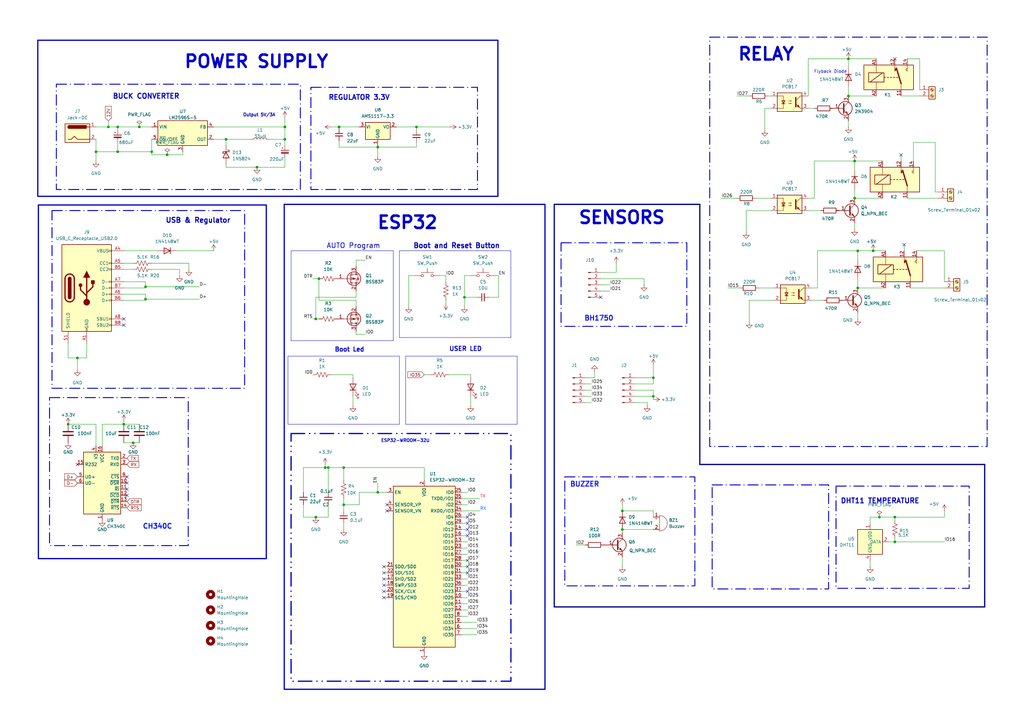
<source format=kicad_sch>
(kicad_sch (version 20231120) (generator "eeschema") (generator_version "8.0")
  (paper "A3")
  (junction (at 116.84 57.15))
  (junction (at 154.94 201.93))
  (junction (at 59.69 117.602))
  (junction (at 31.75 146.812))
  (junction (at 347.98 24.13))
  (junction (at 267.97 154.94))
  (junction (at 48.26 52.07))
  (junction (at 267.97 162.56))
  (junction (at 68.58 63.5))
  (junction (at 62.23 62.23))
  (junction (at 170.815 52.07))
  (junction (at 488.95 130.81))
  (junction (at 494.03 130.81))
  (junction (at 139.065 52.07))
  (junction (at 116.84 52.07))
  (junction (at 190.5 121.92))
  (junction (at 105.41 68.58))
  (junction (at 59.69 122.682))
  (junction (at 367.03 212.09))
  (junction (at 57.15 52.07))
  (junction (at 134.62 191.77))
  (junction (at 140.97 191.77))
  (junction (at 360.68 212.09))
  (junction (at 351.79 102.87))
  (junction (at 44.45 52.07))
  (junction (at 92.71 57.15))
  (junction (at 351.79 118.11))
  (junction (at 154.94 60.325))
  (junction (at 50.8 173.99))
  (junction (at 48.26 62.23))
  (junction (at 129.54 212.09))
  (junction (at 27.94 173.99))
  (junction (at 129.54 130.81))
  (junction (at 350.52 66.04))
  (junction (at 54.61 181.61))
  (junction (at 367.03 222.25))
  (junction (at 347.98 39.37))
  (junction (at 133.35 191.77))
  (junction (at 255.27 217.17))
  (junction (at 130.81 114.3))
  (junction (at 350.52 81.28))
  (junction (at 358.14 102.87))
  (junction (at 488.95 146.05))
  (junction (at 255.27 209.55))
  (junction (at 140.97 207.01))
  (junction (at 39.37 62.23))
  (no_connect (at 52.07 198.12))
  (no_connect (at 52.07 200.66))
  (no_connect (at 157.48 237.49))
  (no_connect (at 367.03 24.13))
  (no_connect (at 191.77 212.09))
  (no_connect (at 158.75 207.01))
  (no_connect (at 191.77 229.87))
  (no_connect (at 52.07 195.58))
  (no_connect (at 50.8 130.81))
  (no_connect (at 31.75 190.5))
  (no_connect (at 157.48 240.03))
  (no_connect (at 157.48 234.95))
  (no_connect (at 246.38 121.92))
  (no_connect (at 191.77 232.41))
  (no_connect (at 191.77 242.57))
  (no_connect (at 157.48 232.41))
  (no_connect (at 191.77 234.95))
  (no_connect (at 52.07 203.2))
  (no_connect (at 157.48 245.11))
  (no_connect (at 191.77 219.71))
  (no_connect (at 508 128.27))
  (no_connect (at 369.57 63.5))
  (no_connect (at 50.8 133.35))
  (no_connect (at 157.48 242.57))
  (no_connect (at 158.75 209.55))
  (no_connect (at 191.77 214.63))
  (no_connect (at 370.84 100.33))
  (no_connect (at 191.77 217.17))
  (wire (pts (xy 267.97 209.55) (xy 267.97 212.09)))
  (wire (pts (xy 92.71 57.15) (xy 102.87 57.15)))
  (wire (pts (xy 167.64 113.03) (xy 167.64 125.73)))
  (wire (pts (xy 59.69 122.682) (xy 59.69 123.19)))
  (wire (pts (xy 331.47 44.45) (xy 334.01 44.45)))
  (wire (pts (xy 146.05 123.19) (xy 146.05 125.73)))
  (wire (pts (xy 488.95 156.21) (xy 488.95 158.75)))
  (wire (pts (xy 508 128.27) (xy 508 130.81)))
  (wire (pts (xy 62.23 63.5) (xy 62.23 62.23)))
  (wire (pts (xy 68.58 63.5) (xy 62.23 63.5)))
  (wire (pts (xy 347.98 35.56) (xy 347.98 39.37)))
  (wire (pts (xy 518.16 130.81) (xy 518.16 138.43)))
  (polyline (pts (xy 166.37 173.99) (xy 212.09 173.99)))
  (wire (pts (xy 41.91 173.99) (xy 50.8 173.99)))
  (wire (pts (xy 124.46 207.01) (xy 124.46 212.09)))
  (wire (pts (xy 267.97 162.56) (xy 267.97 163.83)))
  (wire (pts (xy 246.38 111.76) (xy 252.73 111.76)))
  (wire (pts (xy 345.44 123.19) (xy 344.17 123.19)))
  (wire (pts (xy 488.95 130.81) (xy 472.44 130.81)))
  (wire (pts (xy 59.69 115.57) (xy 59.69 117.602)))
  (wire (pts (xy 358.14 102.87) (xy 363.22 102.87)))
  (wire (pts (xy 367.03 212.09) (xy 360.68 212.09)))
  (wire (pts (xy 144.78 162.56) (xy 144.78 166.37)))
  (wire (pts (xy 62.23 62.23) (xy 48.26 62.23)))
  (wire (pts (xy 39.37 62.23) (xy 48.26 62.23)))
  (wire (pts (xy 469.9 151.13) (xy 474.98 151.13)))
  (wire (pts (xy 377.19 24.13) (xy 377.19 36.83)))
  (wire (pts (xy 74.93 63.5) (xy 74.93 62.23)))
  (wire (pts (xy 154.94 198.12) (xy 154.94 201.93)))
  (wire (pts (xy 260.35 165.1) (xy 265.43 165.1)))
  (polyline (pts (xy 119.38 102.87) (xy 161.29 102.87)))
  (wire (pts (xy 306.07 86.36) (xy 316.23 86.36)))
  (wire (pts (xy 367.03 220.98) (xy 367.03 222.25)))
  (polyline (pts (xy 118.11 146.05) (xy 118.11 173.99)))
  (wire (pts (xy 189.23 257.81) (xy 195.58 257.81)))
  (wire (pts (xy 189.23 232.41) (xy 191.77 232.41)))
  (wire (pts (xy 189.23 247.65) (xy 191.77 247.65)))
  (wire (pts (xy 242.57 162.56) (xy 240.03 162.56)))
  (wire (pts (xy 260.35 160.02) (xy 267.97 160.02)))
  (wire (pts (xy 372.11 81.28) (xy 384.81 81.28)))
  (wire (pts (xy 510.54 146.05) (xy 521.97 146.05)))
  (wire (pts (xy 62.23 110.49) (xy 73.66 110.49)))
  (wire (pts (xy 494.03 130.81) (xy 500.38 130.81)))
  (wire (pts (xy 50.8 102.87) (xy 64.77 102.87)))
  (wire (pts (xy 350.52 66.04) (xy 361.95 66.04)))
  (wire (pts (xy 435.61 151.13) (xy 435.61 154.94)))
  (wire (pts (xy 59.69 122.682) (xy 81.788 122.682)))
  (wire (pts (xy 72.39 102.87) (xy 87.63 102.87)))
  (wire (pts (xy 50.8 181.61) (xy 54.61 181.61)))
  (wire (pts (xy 372.11 24.13) (xy 377.19 24.13)))
  (wire (pts (xy 130.81 114.3) (xy 130.81 123.19)))
  (wire (pts (xy 170.815 60.325) (xy 170.815 58.42)))
  (wire (pts (xy 359.41 39.37) (xy 347.98 39.37)))
  (wire (pts (xy 521.97 146.05) (xy 521.97 140.97)))
  (wire (pts (xy 184.15 153.67) (xy 193.04 153.67)))
  (polyline (pts (xy 118.11 146.05) (xy 163.83 146.05)))
  (wire (pts (xy 87.63 52.07) (xy 116.84 52.07)))
  (wire (pts (xy 295.91 81.28) (xy 302.26 81.28)))
  (wire (pts (xy 264.16 114.3) (xy 264.16 116.84)))
  (wire (pts (xy 146.05 137.16) (xy 149.86 137.16)))
  (wire (pts (xy 39.37 66.04) (xy 39.37 62.23)))
  (wire (pts (xy 133.35 190.5) (xy 133.35 191.77)))
  (wire (pts (xy 74.93 63.5) (xy 68.58 63.5)))
  (wire (pts (xy 193.04 153.67) (xy 193.04 154.94)))
  (wire (pts (xy 374.65 66.04) (xy 374.65 58.42)))
  (wire (pts (xy 149.86 106.68) (xy 146.05 106.68)))
  (wire (pts (xy 116.84 52.07) (xy 116.84 57.15)))
  (wire (pts (xy 255.27 217.17) (xy 255.27 218.44)))
  (bus (pts (xy 287.02 190.5) (xy 403.86 190.5)) (stroke (width 0.508)))
  (wire (pts (xy 242.57 160.02) (xy 240.03 160.02)))
  (wire (pts (xy 135.89 153.67) (xy 144.78 153.67)))
  (wire (pts (xy 335.28 102.87) (xy 335.28 118.11)))
  (wire (pts (xy 265.43 165.1) (xy 265.43 166.37)))
  (wire (pts (xy 236.22 223.52) (xy 240.03 223.52)))
  (wire (pts (xy 154.94 59.69) (xy 154.94 60.325)))
  (wire (pts (xy 170.815 60.325) (xy 154.94 60.325)))
  (wire (pts (xy 154.94 60.325) (xy 154.94 64.135)))
  (wire (pts (xy 48.26 58.42) (xy 48.26 62.23)))
  (wire (pts (xy 134.62 207.01) (xy 134.62 212.09)))
  (wire (pts (xy 189.23 242.57) (xy 191.77 242.57)))
  (wire (pts (xy 50.8 172.72) (xy 50.8 173.99)))
  (wire (pts (xy 189.23 240.03) (xy 191.77 240.03)))
  (wire (pts (xy 513.08 130.81) (xy 518.16 130.81)))
  (wire (pts (xy 370.84 100.33) (xy 370.84 102.87)))
  (wire (pts (xy 147.32 207.01) (xy 140.97 207.01)))
  (wire (pts (xy 341.63 44.45) (xy 340.36 44.45)))
  (wire (pts (xy 190.5 121.92) (xy 190.5 125.73)))
  (wire (pts (xy 189.23 209.55) (xy 196.85 209.55)))
  (wire (pts (xy 189.23 234.95) (xy 191.77 234.95)))
  (wire (pts (xy 367.03 222.25) (xy 364.49 222.25)))
  (wire (pts (xy 134.62 191.77) (xy 133.35 191.77)))
  (wire (pts (xy 189.23 201.93) (xy 191.77 201.93)))
  (bus (pts (xy 403.86 190.5) (xy 403.86 248.92)) (stroke (width 0.508)))
  (wire (pts (xy 255.27 217.17) (xy 267.97 217.17)))
  (wire (pts (xy 298.45 118.11) (xy 303.53 118.11)))
  (wire (pts (xy 302.26 39.37) (xy 307.34 39.37)))
  (wire (pts (xy 54.61 181.61) (xy 57.15 181.61)))
  (wire (pts (xy 92.71 68.58) (xy 105.41 68.58)))
  (wire (pts (xy 189.23 224.79) (xy 191.77 224.79)))
  (wire (pts (xy 92.71 67.31) (xy 92.71 68.58)))
  (wire (pts (xy 204.47 113.03) (xy 204.47 121.92)))
  (polyline (pts (xy 163.83 138.43) (xy 209.55 138.43)))
  (wire (pts (xy 140.97 207.01) (xy 140.97 209.55)))
  (wire (pts (xy 27.94 140.97) (xy 27.94 146.812)))
  (wire (pts (xy 306.07 86.36) (xy 306.07 95.25)))
  (wire (pts (xy 374.65 58.42) (xy 383.54 58.42)))
  (wire (pts (xy 242.57 157.48) (xy 240.03 157.48)))
  (wire (pts (xy 50.8 173.99) (xy 57.15 173.99)))
  (wire (pts (xy 170.815 52.07) (xy 170.815 53.34)))
  (wire (pts (xy 383.54 58.42) (xy 383.54 78.74)))
  (wire (pts (xy 182.88 113.03) (xy 180.34 113.03)))
  (wire (pts (xy 146.05 135.89) (xy 146.05 137.16)))
  (wire (pts (xy 350.52 77.47) (xy 350.52 81.28)))
  (wire (pts (xy 135.89 52.07) (xy 139.065 52.07)))
  (wire (pts (xy 367.03 212.09) (xy 367.03 213.36)))
  (wire (pts (xy 87.63 57.15) (xy 92.71 57.15)))
  (wire (pts (xy 31.75 146.812) (xy 31.75 151.638)))
  (wire (pts (xy 369.57 63.5) (xy 369.57 66.04)))
  (wire (pts (xy 173.99 191.77) (xy 173.99 196.85)))
  (wire (pts (xy 435.61 151.13) (xy 454.66 151.13)))
  (wire (pts (xy 41.91 173.99) (xy 41.91 182.88)))
  (wire (pts (xy 27.94 146.812) (xy 31.75 146.812)))
  (wire (pts (xy 350.52 66.04) (xy 350.52 69.85)))
  (wire (pts (xy 243.84 152.4) (xy 243.84 154.94)))
  (wire (pts (xy 140.97 204.47) (xy 140.97 207.01)))
  (wire (pts (xy 146.05 119.38) (xy 146.05 121.92)))
  (wire (pts (xy 129.54 212.09) (xy 134.62 212.09)))
  (wire (pts (xy 347.98 24.13) (xy 331.47 24.13)))
  (wire (pts (xy 147.32 201.93) (xy 147.32 207.01)))
  (wire (pts (xy 369.57 39.37) (xy 377.19 39.37)))
  (wire (pts (xy 267.97 149.86) (xy 267.97 154.94)))
  (wire (pts (xy 331.47 86.36) (xy 336.55 86.36)))
  (wire (pts (xy 488.95 130.81) (xy 488.95 134.62)))
  (wire (pts (xy 92.71 57.15) (xy 92.71 59.69)))
  (wire (pts (xy 252.73 111.76) (xy 252.73 107.95)))
  (wire (pts (xy 383.54 78.74) (xy 384.81 78.74)))
  (wire (pts (xy 189.23 229.87) (xy 191.77 229.87)))
  (wire (pts (xy 170.18 113.03) (xy 167.64 113.03)))
  (wire (pts (xy 347.98 49.53) (xy 347.98 52.07)))
  (wire (pts (xy 193.04 162.56) (xy 193.04 166.37)))
  (wire (pts (xy 189.23 207.01) (xy 191.77 207.01)))
  (wire (pts (xy 472.44 130.81) (xy 472.44 146.05)))
  (polyline (pts (xy 119.38 102.87) (xy 119.38 139.7)))
  (wire (pts (xy 255.27 209.55) (xy 267.97 209.55)))
  (polyline (pts (xy 163.83 102.87) (xy 209.55 102.87)))
  (wire (pts (xy 351.79 102.87) (xy 351.79 106.68)))
  (wire (pts (xy 242.57 165.1) (xy 240.03 165.1)))
  (polyline (pts (xy 166.37 146.05) (xy 212.09 146.05)))
  (wire (pts (xy 267.97 154.94) (xy 267.97 157.48)))
  (polyline (pts (xy 163.83 102.87) (xy 163.83 138.43)))
  (wire (pts (xy 59.69 120.65) (xy 59.69 122.682)))
  (wire (pts (xy 157.48 234.95) (xy 158.75 234.95)))
  (wire (pts (xy 316.23 81.28) (xy 309.88 81.28)))
  (wire (pts (xy 116.84 57.15) (xy 110.49 57.15)))
  (wire (pts (xy 50.8 115.57) (xy 59.69 115.57)))
  (wire (pts (xy 50.8 107.95) (xy 54.61 107.95)))
  (wire (pts (xy 154.94 201.93) (xy 147.32 201.93)))
  (wire (pts (xy 157.48 232.41) (xy 158.75 232.41)))
  (wire (pts (xy 59.69 117.602) (xy 59.69 118.11)))
  (bus (pts (xy 287.02 83.82) (xy 287.02 190.5)) (stroke (width 0.508)))
  (wire (pts (xy 157.48 242.57) (xy 158.75 242.57)))
  (wire (pts (xy 387.35 102.87) (xy 387.35 115.57)))
  (wire (pts (xy 124.46 191.77) (xy 133.35 191.77)))
  (wire (pts (xy 39.37 52.07) (xy 44.45 52.07)))
  (wire (pts (xy 57.15 52.07) (xy 62.23 52.07)))
  (wire (pts (xy 255.27 232.41) (xy 255.27 228.6)))
  (polyline (pts (xy 166.37 146.05) (xy 166.37 173.99)))
  (wire (pts (xy 250.19 119.38) (xy 246.38 119.38)))
  (wire (pts (xy 334.01 81.28) (xy 331.47 81.28)))
  (wire (pts (xy 182.88 115.57) (xy 182.88 113.03)))
  (wire (pts (xy 332.74 123.19) (xy 337.82 123.19)))
  (wire (pts (xy 182.88 124.46) (xy 182.88 123.19)))
  (wire (pts (xy 189.23 245.11) (xy 191.77 245.11)))
  (wire (pts (xy 190.5 113.03) (xy 190.5 121.92)))
  (wire (pts (xy 189.23 227.33) (xy 191.77 227.33)))
  (wire (pts (xy 189.23 260.35) (xy 195.58 260.35)))
  (wire (pts (xy 335.28 118.11) (xy 332.74 118.11)))
  (wire (pts (xy 116.84 64.77) (xy 116.84 68.58)))
  (wire (pts (xy 73.66 110.49) (xy 73.66 113.03)))
  (wire (pts (xy 255.27 207.01) (xy 255.27 209.55)))
  (wire (pts (xy 77.47 107.95) (xy 77.47 110.49)))
  (wire (pts (xy 267.97 160.02) (xy 267.97 162.56)))
  (wire (pts (xy 50.8 120.65) (xy 59.69 120.65)))
  (wire (pts (xy 139.065 60.325) (xy 154.94 60.325)))
  (wire (pts (xy 157.48 245.11) (xy 158.75 245.11)))
  (wire (pts (xy 62.23 57.15) (xy 62.23 62.23)))
  (wire (pts (xy 367.03 222.25) (xy 387.35 222.25)))
  (wire (pts (xy 351.79 102.87) (xy 358.14 102.87)))
  (wire (pts (xy 351.79 102.87) (xy 335.28 102.87)))
  (wire (pts (xy 139.065 57.785) (xy 139.065 60.325)))
  (wire (pts (xy 129.54 130.81) (xy 130.81 130.81)))
  (wire (pts (xy 189.23 212.09) (xy 191.77 212.09)))
  (wire (pts (xy 44.45 49.53) (xy 44.45 52.07)))
  (wire (pts (xy 373.38 118.11) (xy 387.35 118.11)))
  (wire (pts (xy 124.46 212.09) (xy 129.54 212.09)))
  (wire (pts (xy 35.56 140.97) (xy 35.56 146.812)))
  (wire (pts (xy 246.38 114.3) (xy 264.16 114.3)))
  (wire (pts (xy 157.48 240.03) (xy 158.75 240.03)))
  (wire (pts (xy 190.5 121.92) (xy 195.58 121.92)))
  (wire (pts (xy 59.69 123.19) (xy 50.8 123.19)))
  (wire (pts (xy 363.22 118.11) (xy 351.79 118.11)))
  (wire (pts (xy 260.35 154.94) (xy 267.97 154.94)))
  (wire (pts (xy 139.065 52.07) (xy 139.065 52.705)))
  (bus (pts (xy 227.33 83.82) (xy 227.33 248.92)) (stroke (width 0.508)))
  (wire (pts (xy 128.27 114.3) (xy 130.81 114.3)))
  (wire (pts (xy 158.75 201.93) (xy 154.94 201.93)))
  (wire (pts (xy 59.69 118.11) (xy 50.8 118.11)))
  (wire (pts (xy 157.48 237.49) (xy 158.75 237.49)))
  (wire (pts (xy 27.94 173.99) (xy 39.37 173.99)))
  (wire (pts (xy 134.62 191.77) (xy 140.97 191.77)))
  (wire (pts (xy 189.23 250.19) (xy 191.77 250.19)))
  (wire (pts (xy 250.19 116.84) (xy 246.38 116.84)))
  (wire (pts (xy 482.6 151.13) (xy 481.33 151.13)))
  (wire (pts (xy 203.2 113.03) (xy 204.47 113.03)))
  (wire (pts (xy 162.56 52.07) (xy 170.815 52.07)))
  (wire (pts (xy 116.84 48.26) (xy 116.84 52.07)))
  (wire (pts (xy 260.35 157.48) (xy 267.97 157.48)))
  (wire (pts (xy 243.84 154.94) (xy 240.03 154.94)))
  (polyline (pts (xy 163.83 173.99) (xy 163.83 146.05)))
  (wire (pts (xy 147.32 52.07) (xy 139.065 52.07)))
  (wire (pts (xy 189.23 222.25) (xy 191.77 222.25)))
  (wire (pts (xy 189.23 214.63) (xy 191.77 214.63)))
  (wire (pts (xy 130.81 123.19) (xy 146.05 123.19)))
  (wire (pts (xy 189.23 204.47) (xy 196.85 204.47)))
  (wire (pts (xy 204.47 121.92) (xy 200.66 121.92)))
  (wire (pts (xy 146.05 106.68) (xy 146.05 109.22)))
  (wire (pts (xy 31.75 146.304) (xy 31.75 146.812)))
  (wire (pts (xy 356.87 212.09) (xy 356.87 214.63)))
  (wire (pts (xy 129.54 121.92) (xy 129.54 130.81)))
  (wire (pts (xy 39.37 173.99) (xy 39.37 182.88)))
  (wire (pts (xy 350.52 66.04) (xy 334.01 66.04)))
  (wire (pts (xy 317.5 118.11) (xy 311.15 118.11)))
  (polyline (pts (xy 212.09 173.99) (xy 212.09 146.05)))
  (wire (pts (xy 500.38 146.05) (xy 488.95 146.05)))
  (wire (pts (xy 488.95 142.24) (xy 488.95 146.05)))
  (wire (pts (xy 50.8 110.49) (xy 54.61 110.49)))
  (wire (pts (xy 146.05 121.92) (xy 129.54 121.92)))
  (wire (pts (xy 189.23 219.71) (xy 191.77 219.71)))
  (wire (pts (xy 307.34 123.19) (xy 307.34 132.08)))
  (wire (pts (xy 351.79 114.3) (xy 351.79 118.11)))
  (polyline (pts (xy 209.55 138.43) (xy 209.55 102.87)))
  (wire (pts (xy 375.92 102.87) (xy 387.35 102.87)))
  (wire (pts (xy 140.97 191.77) (xy 173.99 191.77)))
  (wire (pts (xy 334.01 66.04) (xy 334.01 81.28)))
  (wire (pts (xy 144.78 153.67) (xy 144.78 154.94)))
  (wire (pts (xy 189.23 252.73) (xy 191.77 252.73)))
  (wire (pts (xy 361.95 81.28) (xy 350.52 81.28)))
  (wire (pts (xy 344.17 86.36) (xy 342.9 86.36)))
  (wire (pts (xy 31.75 146.812) (xy 35.56 146.812)))
  (wire (pts (xy 518.16 138.43) (xy 521.97 138.43)))
  (polyline (pts (xy 161.29 139.7) (xy 119.38 139.7)))
  (wire (pts (xy 189.23 255.27) (xy 195.58 255.27)))
  (wire (pts (xy 260.35 162.56) (xy 267.97 162.56)))
  (wire (pts (xy 189.23 237.49) (xy 191.77 237.49)))
  (wire (pts (xy 128.27 130.81) (xy 129.54 130.81)))
  (wire (pts (xy 434.34 146.05) (xy 440.69 146.05)))
  (polyline (pts (xy 118.11 173.99) (xy 163.83 173.99)))
  (wire (pts (xy 140.97 191.77) (xy 140.97 196.85)))
  (wire (pts (xy 454.66 146.05) (xy 448.31 146.05)))
  (wire (pts (xy 105.41 68.58) (xy 116.84 68.58)))
  (bus (pts (xy 227.33 83.82) (xy 287.02 83.82)) (stroke (width 0.508)))
  (wire (pts (xy 356.87 232.41) (xy 356.87 229.87)))
  (wire (pts (xy 347.98 24.13) (xy 359.41 24.13)))
  (wire (pts (xy 331.47 24.13) (xy 331.47 39.37)))
  (wire (pts (xy 472.44 146.05) (xy 469.9 146.05)))
  (wire (pts (xy 347.98 24.13) (xy 347.98 27.94)))
  (wire (pts (xy 307.34 123.19) (xy 317.5 123.19)))
  (wire (pts (xy 360.68 212.09) (xy 356.87 212.09)))
  (wire (pts (xy 367.03 212.09) (xy 387.35 212.09)))
  (wire (pts (xy 48.26 53.34) (xy 48.26 52.07)))
  (wire (pts (xy 351.79 128.27) (xy 351.79 130.81)))
  (wire (pts (xy 59.69 117.602) (xy 81.788 117.602)))
  (wire (pts (xy 62.23 107.95) (xy 77.47 107.95)))
  (wire (pts (xy 189.23 217.17) (xy 191.77 217.17)))
  (wire (pts (xy 193.04 113.03) (xy 190.5 113.03)))
  (wire (pts (xy 48.26 52.07) (xy 44.45 52.07)))
  (polyline (pts (xy 161.29 102.87) (xy 161.29 139.7)))
  (wire (pts (xy 316.23 39.37) (xy 314.96 39.37)))
  (wire (pts (xy 39.37 57.15) (xy 39.37 62.23)))
  (wire (pts (xy 313.69 44.45) (xy 316.23 44.45)))
  (wire (pts (xy 140.97 214.63) (xy 140.97 217.17)))
  (wire (pts (xy 48.26 52.07) (xy 57.15 52.07)))
  (wire (pts (xy 170.815 52.07) (xy 184.531 52.07)))
  (wire (pts (xy 488.95 130.81) (xy 494.03 130.81)))
  (bus (pts (xy 403.86 248.92) (xy 227.33 248.92)) (stroke (width 0.508)))
  (wire (pts (xy 173.99 153.67) (xy 176.53 153.67)))
  (wire (pts (xy 313.69 44.45) (xy 313.69 53.34)))
  (wire (pts (xy 387.35 209.55) (xy 387.35 212.09)))
  (wire (pts (xy 350.52 91.44) (xy 350.52 93.98)))
  (wire (pts (xy 134.62 191.77) (xy 134.62 201.93)))
  (wire (pts (xy 124.46 191.77) (xy 124.46 201.93)))
  (wire (pts (xy 116.84 59.69) (xy 116.84 57.15)))
  (rectangle (start 292.1 198.882) (end 339.852 241.554) (stroke (width 0.381) (type dash_dot)))
  (rectangle (start 127.508 35.814) (end 195.834 77.724) (stroke (width 0.381) (type dash_dot)))
  (rectangle (start 20.32 163.068) (end 77.216 223.774) (stroke (width 0.381) (type dash_dot)))
  (rectangle (start 119.38 177.8) (end 209.55 279.4) (stroke (width 0.508) (type dash_dot_dot)))
  (rectangle (start 15.494 16.51) (end 204.216 80.518) (stroke (width 0.508)))
  (rectangle (start 230.124 99.568) (end 281.686 133.858) (stroke (width 0.381) (type dash_dot)))
  (rectangle (start 116.586 83.82) (end 223.52 282.702) (stroke (width 0.508)))
  (rectangle (start 21.336 86.36) (end 100.33 159.258) (stroke (width 0.381) (type dash_dot)))
  (rectangle (start 291.084 15.24) (end 404.876 183.134) (stroke (width 0.381) (type dash_dot)))
  (rectangle (start 342.9 199.39) (end 397.51 241.3) (stroke (width 0.381) (type dash_dot)))
  (rectangle (start 15.748 84.074) (end 109.22 229.108) (stroke (width 0.508)))
  (rectangle (start 23.114 34.544) (end 123.19 77.724) (stroke (width 0.381) (type dash_dot)))
  (rectangle (start 231.648 195.58) (end 284.988 240.284) (stroke (width 0.381) (type dash_dot)))
  (text "Flyback Diode\n" (at 340.614 29.464 0) (effects (font (size 1.27 1.27))))
  (text "Boot and Reset Button" (at 169.418 102.108 0) (effects (font (size 2.032 2.032) (thickness 0.4064) (bold yes)) (justify left bottom)))
  (text "Output 5V/3A" (at 99.568 48.006 0) (effects (font (size 1.27 1.27) (thickness 0.254) (bold yes)) (justify left bottom)))
  (text "BUCK CONVERTER" (at 59.944 39.624 0) (effects (font (size 2.032 2.032) (thickness 0.4064) (bold yes))))
  (text "USB & Regulator" (at 67.818 91.694 0) (effects (font (size 2.032 2.032) (thickness 0.4064) (bold yes)) (justify left bottom)))
  (text "ESP32-WROOM-32U\n\n" (at 156.21 183.642 0) (effects (font (size 1.27 1.27) (thickness 0.254) (bold yes)) (justify left bottom)))
  (text "RELAY" (at 314.198 22.352 0) (effects (font (size 5.08 5.08) (thickness 1.016) (bold yes))))
  (text "CH340C" (at 58.42 217.17 0) (effects (font (size 2 2) (bold yes)) (justify left bottom)))
  (text "DHT11 TEMPERATURE\n" (at 344.678 206.756 0) (effects (font (size 2.032 2.032) (thickness 0.4064) (bold yes)) (justify left bottom)))
  (text "AUTO Program\n" (at 133.858 102.108 0) (effects (font (size 2.032 2.032) (thickness 0.254) (bold yes)) (justify left bottom)))
  (text "POWER SUPPLY" (at 105.156 25.4 0) (effects (font (size 5.08 5.08) (thickness 1.016) (bold yes))))
  (text "REGULATOR 3.3V\n" (at 134.62 41.275 0) (effects (font (size 2 2) (thickness 0.4) (bold yes)) (justify left bottom)))
  (text "Boot Led" (at 137.16 144.526 0) (effects (font (size 1.778 1.778) (thickness 0.3556) (bold yes)) (justify left bottom)))
  (text "ESP32" (at 167.132 91.44 0) (effects (font (size 5.08 5.08) (thickness 1.016) (bold yes))))
  (text "BH1750" (at 239.522 131.826 0) (effects (font (size 2 2) (thickness 0.4) (bold yes)) (justify left bottom)))
  (text "BUZZER\n" (at 233.68 199.898 0) (effects (font (size 2 2) (thickness 0.4) (bold yes)) (justify left bottom)))
  (text "SENSORS" (at 255.016 89.408 0) (effects (font (size 5.08 5.08) (thickness 1.016) (bold yes))))
  (text "USER LED" (at 184.15 144.272 0) (effects (font (size 1.778 1.778) (thickness 0.3556) (bold yes)) (justify left bottom)))
  (label "IO2" (at 191.77 207.01 0))
  (label "IO2" (at 236.22 223.52 0))
  (label "EN" (at 204.47 113.03 0))
  (label "IO12" (at 191.77 217.17 0))
  (label "EN" (at 154.94 198.12 90))
  (label "IO23" (at 191.77 242.57 0))
  (label "IO22" (at 250.19 116.84 0))
  (label "IO32" (at 191.77 252.73 0))
  (label "IO35" (at 195.58 260.35 0))
  (label "IO16" (at 387.35 222.25 0))
  (label "RTS" (at 128.27 130.81 180))
  (label "IO21" (at 250.19 119.38 0))
  (label "IO17" (at 191.77 229.87 0))
  (label "IO27" (at 302.26 39.37 0))
  (label "IO33" (at 195.58 255.27 0))
  (label "D-" (at 81.788 117.602 0))
  (label "IO18" (at 191.77 232.41 0))
  (label "IO0" (at 128.27 153.67 180))
  (label "IO13" (at 191.77 219.71 0))
  (label "IO32" (at 242.57 165.1 0))
  (label "IO15" (at 298.45 118.11 0))
  (label "TX" (at 196.85 204.47 0))
  (label "IO0" (at 182.88 113.03 0))
  (label "IO0" (at 191.77 201.93 0))
  (label "RX" (at 196.85 209.55 0))
  (label "IO26" (at 191.77 247.65 0))
  (label "IO34" (at 195.58 257.81 0))
  (label "DTR" (at 128.27 114.3 180))
  (label "IO0" (at 149.86 137.16 0))
  (label "IO22" (at 191.77 240.03 0))
  (label "IO14" (at 434.34 146.05 0))
  (label "EN" (at 149.86 106.68 0))
  (label "IO25" (at 242.57 157.48 0))
  (label "IO34" (at 242.57 160.02 0))
  (label "D+" (at 81.788 122.682 0))
  (label "IO15" (at 191.77 224.79 0))
  (label "IO26" (at 295.91 81.28 0))
  (label "IO4" (at 191.77 212.09 0))
  (label "IO25" (at 191.77 245.11 0))
  (label "IO19" (at 191.77 234.95 0))
  (label "IO5" (at 191.77 214.63 0))
  (label "IO27" (at 191.77 250.19 0))
  (label "IO21" (at 191.77 237.49 0))
  (label "IO33" (at 242.57 162.56 0))
  (label "IO16" (at 191.77 227.33 0))
  (label "IO14" (at 191.77 222.25 0))
  (global_label "D+" (shape input) (at 31.75 195.58 180) (property "Intersheetrefs" "${INTERSHEET_REFS}" (effects (hide yes))))
  (global_label "IO35" (shape input) (at 173.99 153.67 180) (property "Intersheetrefs" "${INTERSHEET_REFS}" (effects (hide yes))))
  (global_label "DTR" (shape input) (at 52.07 205.74 0) (property "Intersheetrefs" "${INTERSHEET_REFS}" (effects (hide yes))))
  (global_label "12V" (shape input) (at 44.45 49.53 90) (property "Intersheetrefs" "${INTERSHEET_REFS}" (effects (hide yes))))
  (global_label "RTS" (shape input) (at 52.07 208.28 0) (property "Intersheetrefs" "${INTERSHEET_REFS}" (effects (hide yes))))
  (global_label "D-" (shape input) (at 31.75 198.12 180) (property "Intersheetrefs" "${INTERSHEET_REFS}" (effects (hide yes))))
  (global_label "TX" (shape input) (at 52.07 187.96 0) (property "Intersheetrefs" "${INTERSHEET_REFS}" (effects (hide yes))))
  (global_label "RX" (shape input) (at 52.07 190.5 0) (property "Intersheetrefs" "${INTERSHEET_REFS}" (effects (hide yes))))
  (symbol (lib_id "Transistor_FET:BSS83P") (at 143.51 130.81 0) (mirror x) (unit 1)
    (property "Reference" "Q2" (at 149.86 129.5399 0) (effects (justify left)))
    (property "Value" "BSS83P" (at 149.86 132.0799 0) (effects (justify left)))
    (property "Footprint" "Package_TO_SOT_SMD:SOT-23" (effects (hide yes)))
    (property "Datasheet" "http://www.farnell.com/datasheets/1835997.pdf" (effects (hide yes)))
  )
  (symbol (lib_id "Device:C") (at 50.8 177.8 0) (unit 1)
    (property "Reference" "C11" (at 52.07 175.26 0) (effects (justify left)))
    (property "Value" "10uF" (at 43.18 177.8 0) (effects (justify left)))
    (property "Footprint" "Capacitor_SMD:C_0603_1608Metric" (effects (hide yes)))
  )
  (symbol (lib_id "Device:Q_NPN_BEC") (at 349.25 123.19 0) (unit 1)
    (property "Reference" "Q5" (at 354.33 121.9199 0) (effects (justify left)))
    (property "Value" "Q_NPN_BEC" (at 354.33 124.4599 0) (effects (justify left)))
    (property "Footprint" "Package_TO_SOT_SMD:SOT-23-3" (effects (hide yes)))
    (property "Description" "NPN transistor, base/emitter/collector" (effects (hide yes)))
  )
  (symbol (lib_id "Interface_USB:CH340C") (at 41.91 198.12 0) (unit 1)
    (property "Reference" "U9" (at 43.8659 213.36 0) (effects (justify left)))
    (property "Value" "CH340C" (at 43.8659 215.9 0) (effects (justify left)))
    (property "Footprint" "Package_SO:SOIC-16_3.9x9.9mm_P1.27mm" (effects (hide yes)))
    (property "Datasheet" "https://datasheet.lcsc.com/szlcsc/Jiangsu-Qin-Heng-CH340C_C84681.pdf" (effects (hide yes)))
  )
  (symbol (lib_id "power:GND") (at 167.64 125.73 0) (unit 1)
    (property "Reference" "#PWR05" (effects (hide yes)))
    (property "Value" "GND" (at 167.64 130.81 0))
  )
  (symbol (lib_id "Device:R_US") (at 180.34 153.67 90) (unit 1)
    (property "Reference" "R5" (at 180.34 147.828 90))
    (property "Value" "1K" (at 180.34 150.368 90))
    (property "Footprint" "Resistor_SMD:R_0603_1608Metric" (effects (hide yes)))
  )
  (symbol (lib_id "power:GND") (at 190.5 125.73 0) (unit 1)
    (property "Reference" "#PWR07" (effects (hide yes)))
    (property "Value" "GND" (at 190.5 130.81 0))
  )
  (symbol (lib_id "Mechanical:MountingHole") (at 86.36 256.54 0) (unit 1) (exclude_from_sim yes) (in_bom no)
    (property "Reference" "H3" (at 88.9 255.2699 0) (effects (justify left)))
    (property "Value" "MountingHole" (at 88.9 257.8099 0) (effects (justify left)))
    (property "Footprint" "MountingHole:MountingHole_3.2mm_M3_Pad_Via" (effects (hide yes)))
    (property "Description" "Mounting Hole without connection" (effects (hide yes)))
  )
  (symbol (lib_id "power:+5V") (at 116.84 48.26 0) (unit 1)
    (property "Reference" "#PWR030" (effects (hide yes)))
    (property "Value" "+5V" (at 116.84 44.45 0))
  )
  (symbol (lib_id "Device:R_US") (at 182.88 119.38 180) (unit 1)
    (property "Reference" "R13" (at 185.42 118.1099 0) (effects (justify right)))
    (property "Value" "1K" (at 185.42 120.6499 0) (effects (justify right)))
    (property "Footprint" "Resistor_SMD:R_0603_1608Metric" (effects (hide yes)))
  )
  (symbol (lib_id "power:GND") (at 129.54 212.09 0) (unit 1)
    (property "Reference" "#PWR01" (effects (hide yes)))
    (property "Value" "GND" (at 129.54 217.17 0))
  )
  (symbol (lib_name "GND_1") (lib_id "power:GND") (at 488.95 158.75 0) (unit 1)
    (property "Reference" "#PWR027" (effects (hide yes)))
    (property "Value" "GND" (at 488.95 163.83 0))
    (property "Description" "Power symbol creates a global label with name \"GND\" , ground" (effects (hide yes)))
  )
  (symbol (lib_id "Device:C_Small") (at 198.12 121.92 90) (unit 1)
    (property "Reference" "C5" (at 198.1263 115.57 90))
    (property "Value" "10U" (at 198.1263 118.11 90))
    (property "Footprint" "Capacitor_SMD:C_0603_1608Metric" (effects (hide yes)))
  )
  (symbol (lib_id "power:GND") (at 193.04 166.37 0) (unit 1)
    (property "Reference" "#PWR08" (effects (hide yes)))
    (property "Value" "GND" (at 193.04 171.45 0))
  )
  (symbol (lib_id "Device:C_Polarized_Small") (at 116.84 62.23 0) (unit 1)
    (property "Reference" "C7" (at 112.776 59.436 0) (effects (justify left)))
    (property "Value" "220uF" (at 110.49 65.278 0) (effects (justify left)))
    (property "Footprint" "Capacitor_SMD:CP_Elec_6.3x9.9" (effects (hide yes)))
  )
  (symbol (lib_id "Device:C") (at 27.94 177.8 0) (unit 1)
    (property "Reference" "C10" (at 29.21 175.26 0) (effects (justify left)))
    (property "Value" "100nF" (at 31.75 177.8 0) (effects (justify left)))
    (property "Footprint" "Capacitor_SMD:C_0603_1608Metric" (effects (hide yes)))
  )
  (symbol (lib_id "Diode:1N4148WT") (at 347.98 31.75 270) (unit 1)
    (property "Reference" "D4" (at 350.52 30.4799 90) (effects (justify left)))
    (property "Value" "1N4148WT" (at 336.042 32.512 90) (effects (justify left)))
    (property "Footprint" "Diode_SMD:D_SOD-523" (effects (hide yes)))
    (property "Datasheet" "https://www.diodes.com/assets/Datasheets/ds30396.pdf" (effects (hide yes)))
    (property "Description" "75V 0.15A Fast switching Diode, SOD-523" (effects (hide yes)))
    (property "Sim.Device" "D" (effects (hide yes)))
    (property "Sim.Pins" "1=K 2=A" (effects (hide yes)))
  )
  (symbol (lib_id "Diode:1N4148WT") (at 255.27 213.36 270) (unit 1)
    (property "Reference" "D9" (at 257.81 212.0899 90) (effects (justify left)))
    (property "Value" "1N4148WT" (at 257.81 214.6299 90) (effects (justify left)))
    (property "Footprint" "Diode_SMD:D_SOD-123" (effects (hide yes)))
    (property "Datasheet" "https://www.diodes.com/assets/Datasheets/ds30396.pdf" (effects (hide yes)))
    (property "Description" "75V 0.15A Fast switching Diode, SOD-523" (effects (hide yes)))
    (property "Sim.Device" "D" (effects (hide yes)))
    (property "Sim.Pins" "1=K 2=A" (effects (hide yes)))
  )
  (symbol (lib_id "power:+5V") (at 255.27 207.01 0) (unit 1)
    (property "Reference" "#PWR021" (effects (hide yes)))
    (property "Value" "+5V" (at 257.302 204.47 0) (effects (justify left)))
    (property "Description" "Power symbol creates a global label with name \"+5V\"" (effects (hide yes)))
  )
  (symbol (lib_id "Relay:Fujitsu_FTR-LYCA005x") (at 367.03 73.66 0) (unit 1)
    (property "Reference" "K2" (at 365.252 80.772 0) (effects (justify left)))
    (property "Value" "Fujitsu_FTR-LYCA005x" (effects (hide yes)))
    (property "Footprint" "Relay_THT:Relay_SPDT_SANYOU_SRD_Series_Form_C_1" (effects (hide yes)))
    (property "Datasheet" "https://www.fujitsu.com/sg/imagesgig5/ftr-ly.pdf" (effects (hide yes)))
    (property "Description" "Relay, SPDT Form C, vertical mount, 5-60V coil, 6A, 250VAC, 28 x 5 x 15mm" (effects (hide yes)))
  )
  (symbol (lib_id "Regulator_Linear:AMS1117-3.3") (at 154.94 52.07 0) (unit 1)
    (property "Reference" "U8" (at 154.94 45.085 0))
    (property "Value" "AMS1117-3.3" (at 154.94 47.625 0))
    (property "Footprint" "Package_TO_SOT_SMD:SOT-89-3" (effects (hide yes)))
    (property "Datasheet" "http://www.advanced-monolithic.com/pdf/ds1117.pdf" (effects (hide yes)))
  )
  (symbol (lib_id "power:PWR_FLAG") (at 68.58 63.5 0) (unit 1)
    (property "Reference" "#FLG02" (effects (hide yes)))
    (property "Value" "PWR_FLAG" (at 68.58 58.42 0))
    (property "Description" "Special symbol for telling ERC where power comes from" (effects (hide yes)))
  )
  (symbol (lib_id "power:+3.3V") (at 184.531 52.07 270) (unit 1)
    (property "Reference" "#PWR034" (effects (hide yes)))
    (property "Value" "+3.3V" (at 187.706 52.0699 90) (effects (justify left)))
  )
  (symbol (lib_id "power:+5V") (at 350.52 66.04 0) (unit 1)
    (property "Reference" "#PWR037" (effects (hide yes)))
    (property "Value" "+5V" (at 347.726 62.23 0) (effects (justify left)))
  )
  (symbol (lib_id "Device:C_Small") (at 124.46 204.47 0) (unit 1)
    (property "Reference" "C1" (at 127 203.2062 0) (effects (justify left)))
    (property "Value" "22uF" (at 127 205.7462 0) (effects (justify left)))
    (property "Footprint" "Capacitor_SMD:C_0603_1608Metric" (effects (hide yes)))
  )
  (symbol (lib_id "power:GND") (at 173.99 267.97 0) (unit 1)
    (property "Reference" "#PWR06" (effects (hide yes)))
    (property "Value" "GND" (at 173.99 273.05 0))
    (property "Description" "Power symbol creates a global label with name \"GND\" , ground" (effects (hide yes)))
  )
  (symbol (lib_id "Relay:Fujitsu_FTR-LYCA005x") (at 364.49 31.75 0) (unit 1)
    (property "Reference" "K1" (at 362.712 38.862 0) (effects (justify left)))
    (property "Value" "Fujitsu_FTR-LYCA005x" (effects (hide yes)))
    (property "Footprint" "Relay_THT:Relay_SPDT_SANYOU_SRD_Series_Form_C_1" (effects (hide yes)))
    (property "Datasheet" "https://www.fujitsu.com/sg/imagesgig5/ftr-ly.pdf" (effects (hide yes)))
    (property "Description" "Relay, SPDT Form C, vertical mount, 5-60V coil, 6A, 250VAC, 28 x 5 x 15mm" (effects (hide yes)))
  )
  (symbol (lib_id "power:GND") (at 41.91 213.36 0) (unit 1)
    (property "Reference" "#PWR011" (effects (hide yes)))
    (property "Value" "GND" (at 41.91 217.17 0))
  )
  (symbol (lib_id "Diode:1N4148WT") (at 68.58 102.87 180) (unit 1)
    (property "Reference" "D10" (at 68.58 96.52 0))
    (property "Value" "1N4148WT" (at 68.58 99.06 0))
    (property "Footprint" "Diode_SMD:D_SOD-123" (effects (hide yes)))
    (property "Datasheet" "https://www.diodes.com/assets/Datasheets/ds30396.pdf" (effects (hide yes)))
    (property "Description" "75V 0.15A Fast switching Diode, SOD-523" (effects (hide yes)))
    (property "Sim.Device" "D" (effects (hide yes)))
    (property "Sim.Pins" "1=K 2=A" (effects (hide yes)))
  )
  (symbol (lib_id "Device:C_Small") (at 139.065 55.245 0) (unit 1)
    (property "Reference" "C8" (at 142.24 55.245 0) (effects (justify left)))
    (property "Value" "22uF" (at 142.24 57.785 0) (effects (justify left)))
    (property "Footprint" "Capacitor_SMD:C_0603_1608Metric" (effects (hide yes)))
  )
  (symbol (lib_id "Device:Q_NPN_BEC") (at 347.98 86.36 0) (unit 1)
    (property "Reference" "Q4" (at 353.06 85.0899 0) (effects (justify left)))
    (property "Value" "Q_NPN_BEC" (at 353.06 87.6299 0) (effects (justify left)))
    (property "Footprint" "Package_TO_SOT_SMD:SOT-23-3" (effects (hide yes)))
    (property "Description" "NPN transistor, base/emitter/collector" (effects (hide yes)))
  )
  (symbol (lib_id "power:GND") (at 39.37 66.04 0) (unit 1)
    (property "Reference" "#PWR028" (effects (hide yes)))
    (property "Value" "GND" (at 39.37 71.12 0))
  )
  (symbol (lib_id "power:+5V") (at 358.14 102.87 0) (unit 1)
    (property "Reference" "#PWR038" (effects (hide yes)))
    (property "Value" "+5V" (at 355.346 99.06 0) (effects (justify left)))
  )
  (symbol (lib_id "Device:C_Small") (at 140.97 212.09 0) (unit 1)
    (property "Reference" "C3" (at 143.51 210.8262 0) (effects (justify left)))
    (property "Value" "0.1uF" (at 143.51 213.3662 0) (effects (justify left)))
    (property "Footprint" "Capacitor_SMD:C_0603_1608Metric" (effects (hide yes)))
  )
  (symbol (lib_id "power:+3.3V") (at 252.73 107.95 0) (unit 1)
    (property "Reference" "#PWR048" (effects (hide yes)))
    (property "Value" "+3.3V" (at 252.73 102.87 0))
  )
  (symbol (lib_id "Device:Q_NPN_BEC") (at 486.41 151.13 0) (unit 1)
    (property "Reference" "Q7" (at 491.49 149.8599 0) (effects (justify left)))
    (property "Value" "Q_NPN_BEC" (at 491.49 152.3999 0) (effects (justify left)))
    (property "Footprint" "Package_TO_SOT_SMD:SOT-23-3" (effects (hide yes)))
    (property "Description" "NPN transistor, base/emitter/collector" (effects (hide yes)))
  )
  (symbol (lib_id "Device:R_US") (at 58.42 107.95 90) (unit 1)
    (property "Reference" "R16" (at 63.5 105.41 90))
    (property "Value" "5.1K" (at 58.42 105.41 90))
    (property "Footprint" "Resistor_SMD:R_0603_1608Metric" (effects (hide yes)))
  )
  (symbol (lib_id "Device:Buzzer") (at 270.51 214.63 0) (unit 1)
    (property "Reference" "BZ1" (at 274.32 213.3599 0) (effects (justify left)))
    (property "Value" "Buzzer" (at 274.32 215.8999 0) (effects (justify left)))
    (property "Footprint" "Buzzer_Beeper:Buzzer_TDK_PS1240P02BT_D12.2mm_H6.5mm" (effects (hide yes)))
    (property "Description" "Buzzer, polarized" (effects (hide yes)))
  )
  (symbol (lib_name "GND_1") (lib_id "power:GND") (at 347.98 52.07 0) (unit 1)
    (property "Reference" "#PWR016" (effects (hide yes)))
    (property "Value" "GND" (at 347.98 57.15 0))
    (property "Description" "Power symbol creates a global label with name \"GND\" , ground" (effects (hide yes)))
  )
  (symbol (lib_id "Device:Q_NPN_BEC") (at 252.73 223.52 0) (unit 1)
    (property "Reference" "Q6" (at 257.81 222.2499 0) (effects (justify left)))
    (property "Value" "Q_NPN_BEC" (at 258.064 225.806 0) (effects (justify left)))
    (property "Footprint" "Package_TO_SOT_SMD:SOT-23-3" (effects (hide yes)))
    (property "Description" "NPN transistor, base/emitter/collector" (effects (hide yes)))
  )
  (symbol (lib_id "Connector:Screw_Terminal_01x02") (at 392.43 115.57 0) (unit 1)
    (property "Reference" "J5" (at 394.97 115.5699 0) (effects (justify left)))
    (property "Value" "Screw_Terminal_01x02" (at 383.032 122.936 0) (effects (justify left)))
    (property "Footprint" "TerminalBlock_Phoenix:TerminalBlock_Phoenix_MKDS-1,5-2-5.08_1x02_P5.08mm_Horizontal" (effects (hide yes)))
    (property "Description" "Generic screw terminal, single row, 01x02, script generated (kicad-library-utils/schlib/autogen/connector/)" (effects (hide yes)))
  )
  (symbol (lib_name "GND_1") (lib_id "power:GND") (at 307.34 132.08 0) (unit 1)
    (property "Reference" "#PWR019" (effects (hide yes)))
    (property "Value" "GND" (at 311.404 133.604 0))
    (property "Description" "Power symbol creates a global label with name \"GND\" , ground" (effects (hide yes)))
  )
  (symbol (lib_id "Device:C_Small") (at 134.62 204.47 0) (unit 1)
    (property "Reference" "C2" (at 132.334 207.01 0) (effects (justify left)))
    (property "Value" "0.1uF" (at 131.318 201.422 0) (effects (justify left)))
    (property "Footprint" "Capacitor_SMD:C_0603_1608Metric" (effects (hide yes)))
  )
  (symbol (lib_id "Device:C_Polarized_Small") (at 48.26 55.88 0) (unit 1)
    (property "Reference" "C6" (at 50.8 54.6989 0) (effects (justify left)))
    (property "Value" "680uF" (at 48.768 58.42 0) (effects (justify left)))
    (property "Footprint" "Capacitor_SMD:CP_Elec_6.3x9.9" (effects (hide yes)))
  )
  (symbol (lib_id "power:GND") (at 54.61 181.61 0) (unit 1)
    (property "Reference" "#PWR045" (effects (hide yes)))
    (property "Value" "GND" (at 54.61 185.42 0))
  )
  (symbol (lib_id "Diode:1N4148WT") (at 350.52 73.66 270) (unit 1)
    (property "Reference" "D6" (at 353.06 72.3899 90) (effects (justify left)))
    (property "Value" "1N4148WT" (at 338.582 74.422 90) (effects (justify left)))
    (property "Footprint" "Diode_SMD:D_SOD-523" (effects (hide yes)))
    (property "Datasheet" "https://www.diodes.com/assets/Datasheets/ds30396.pdf" (effects (hide yes)))
    (property "Description" "75V 0.15A Fast switching Diode, SOD-523" (effects (hide yes)))
    (property "Sim.Device" "D" (effects (hide yes)))
    (property "Sim.Pins" "1=K 2=A" (effects (hide yes)))
  )
  (symbol (lib_id "Relay:Fujitsu_FTR-LYCA005x") (at 368.3 110.49 0) (unit 1)
    (property "Reference" "K3" (at 366.522 117.602 0) (effects (justify left)))
    (property "Value" "Fujitsu_FTR-LYCA005x" (effects (hide yes)))
    (property "Footprint" "Relay_THT:Relay_SPDT_SANYOU_SRD_Series_Form_C_1" (effects (hide yes)))
    (property "Datasheet" "https://www.fujitsu.com/sg/imagesgig5/ftr-ly.pdf" (effects (hide yes)))
    (property "Description" "Relay, SPDT Form C, vertical mount, 5-60V coil, 6A, 250VAC, 28 x 5 x 15mm" (effects (hide yes)))
  )
  (symbol (lib_id "Device:R") (at 337.82 44.45 90) (unit 1)
    (property "Reference" "R7" (at 339.852 41.148 90) (effects (justify left)))
    (property "Value" "470R" (at 339.598 47.752 90) (effects (justify left)))
    (property "Footprint" "Resistor_SMD:R_0603_1608Metric" (effects (hide yes)))
    (property "Description" "Resistor" (effects (hide yes)))
  )
  (symbol (lib_id "power:+5V") (at 387.35 209.55 0) (unit 1)
    (property "Reference" "#PWR024" (effects (hide yes)))
    (property "Value" "+5V" (at 383.032 206.756 0))
    (property "Description" "Power symbol creates a global label with name \"+5V\"" (effects (hide yes)))
  )
  (symbol (lib_id "Mechanical:MountingHole") (at 86.36 262.89 0) (unit 1) (exclude_from_sim yes) (in_bom no)
    (property "Reference" "H4" (at 88.9 261.6199 0) (effects (justify left)))
    (property "Value" "MountingHole" (at 88.9 264.1599 0) (effects (justify left)))
    (property "Footprint" "MountingHole:MountingHole_3.2mm_M3_Pad_Via" (effects (hide yes)))
    (property "Description" "Mounting Hole without connection" (effects (hide yes)))
  )
  (symbol (lib_id "Device:R") (at 306.07 81.28 90) (unit 1)
    (property "Reference" "R8" (at 307.594 83.566 90) (effects (justify left)))
    (property "Value" "220R" (at 308.61 78.74 90) (effects (justify left)))
    (property "Footprint" "Resistor_SMD:R_0603_1608Metric" (effects (hide yes)))
    (property "Description" "Resistor" (effects (hide yes)))
  )
  (symbol (lib_name "GND_1") (lib_id "power:GND") (at 350.52 93.98 0) (unit 1)
    (property "Reference" "#PWR018" (effects (hide yes)))
    (property "Value" "GND" (at 350.52 99.06 0))
    (property "Description" "Power symbol creates a global label with name \"GND\" , ground" (effects (hide yes)))
  )
  (symbol (lib_id "Isolator:PC817") (at 323.85 41.91 0) (unit 1)
    (property "Reference" "U2" (at 323.85 33.02 0))
    (property "Value" "PC817" (at 323.85 35.56 0))
    (property "Footprint" "Opto:PC817" (effects (hide yes)))
    (property "Datasheet" "http://www.soselectronic.cz/a_info/resource/d/pc817.pdf" (effects (hide yes)))
    (property "Description" "DC Optocoupler, Vce 35V, CTR 50-300%, DIP-4" (effects (hide yes)))
  )
  (symbol (lib_id "power:+5V") (at 87.63 102.87 0) (unit 1)
    (property "Reference" "#PWR043" (effects (hide yes)))
    (property "Value" "+5V" (at 87.63 99.06 0))
  )
  (symbol (lib_id "Device:R_US") (at 134.62 114.3 90) (unit 1)
    (property "Reference" "R2" (at 134.62 107.95 90))
    (property "Value" "10K" (at 134.62 110.49 90))
    (property "Footprint" "Resistor_SMD:R_0603_1608Metric" (effects (hide yes)))
  )
  (symbol (lib_id "RF_Module:ESP32-WROOM-32") (at 173.99 232.41 0) (unit 1)
    (property "Reference" "U1" (at 176.1841 194.31 0) (effects (justify left)))
    (property "Value" "ESP32-WROOM-32" (at 176.1841 196.85 0) (effects (justify left)))
    (property "Footprint" "RF_Module:ESP32-WROOM-32" (effects (hide yes)))
    (property "Datasheet" "https://www.espressif.com/sites/default/files/documentation/esp32-wroom-32_datasheet_en.pdf" (effects (hide yes)))
    (property "Description" "RF Module, ESP32-D0WDQ6 SoC, Wi-Fi 802.11b/g/n, Bluetooth, BLE, 32-bit, 2.7-3.6V, onboard antenna, SMD" (effects (hide yes)))
  )
  (symbol (lib_id "Transistor_FET:BSS83P") (at 143.51 114.3 0) (unit 1)
    (property "Reference" "Q1" (at 149.86 113.0299 0) (effects (justify left)))
    (property "Value" "BSS83P" (at 149.86 115.5699 0) (effects (justify left)))
    (property "Footprint" "Package_TO_SOT_SMD:SOT-23" (effects (hide yes)))
    (property "Datasheet" "http://www.farnell.com/datasheets/1835997.pdf" (effects (hide yes)))
  )
  (symbol (lib_id "Connector:Screw_Terminal_01x02") (at 389.89 78.74 0) (unit 1)
    (property "Reference" "J4" (at 392.43 78.7399 0) (effects (justify left)))
    (property "Value" "Screw_Terminal_01x02" (at 380.492 86.106 0) (effects (justify left)))
    (property "Footprint" "TerminalBlock_Phoenix:TerminalBlock_Phoenix_MKDS-1,5-2-5.08_1x02_P5.08mm_Horizontal" (effects (hide yes)))
    (property "Description" "Generic screw terminal, single row, 01x02, script generated (kicad-library-utils/schlib/autogen/connector/)" (effects (hide yes)))
  )
  (symbol (lib_id "power:GND") (at 144.78 166.37 0) (unit 1)
    (property "Reference" "#PWR04" (effects (hide yes)))
    (property "Value" "GND" (at 144.78 171.45 0))
  )
  (symbol (lib_id "Device:R") (at 311.15 39.37 90) (unit 1)
    (property "Reference" "R6" (at 312.674 41.656 90) (effects (justify left)))
    (property "Value" "220R" (at 313.69 36.83 90) (effects (justify left)))
    (property "Footprint" "Resistor_SMD:R_0603_1608Metric" (effects (hide yes)))
    (property "Description" "Resistor" (effects (hide yes)))
  )
  (symbol (lib_id "power:GND") (at 140.97 217.17 0) (unit 1)
    (property "Reference" "#PWR03" (effects (hide yes)))
    (property "Value" "GND" (at 140.97 222.25 0))
  )
  (symbol (lib_id "power:+3.3V") (at 50.8 172.72 0) (unit 1)
    (property "Reference" "#PWR013" (effects (hide yes)))
    (property "Value" "+3.3V" (at 50.8 168.91 0))
  )
  (symbol (lib_id "Mechanical:MountingHole") (at 86.36 243.84 0) (unit 1) (exclude_from_sim yes) (in_bom no)
    (property "Reference" "H1" (at 88.9 242.5699 0) (effects (justify left)))
    (property "Value" "MountingHole" (at 88.9 245.1099 0) (effects (justify left)))
    (property "Footprint" "MountingHole:MountingHole_3.2mm_M3_Pad_Via" (effects (hide yes)))
    (property "Description" "Mounting Hole without connection" (effects (hide yes)))
  )
  (symbol (lib_name "GND_2") (lib_id "power:GND") (at 255.27 232.41 0) (unit 1)
    (property "Reference" "#PWR022" (effects (hide yes)))
    (property "Value" "GND" (at 255.27 237.49 0))
    (property "Description" "Power symbol creates a global label with name \"GND\" , ground" (effects (hide yes)))
  )
  (symbol (lib_id "Device:R") (at 307.34 118.11 90) (unit 1)
    (property "Reference" "R10" (at 308.864 120.396 90) (effects (justify left)))
    (property "Value" "220R" (at 309.88 115.57 90) (effects (justify left)))
    (property "Footprint" "Resistor_SMD:R_0603_1608Metric" (effects (hide yes)))
    (property "Description" "Resistor" (effects (hide yes)))
  )
  (symbol (lib_id "Device:R") (at 243.84 223.52 90) (unit 1)
    (property "Reference" "R12" (at 243.84 217.17 90))
    (property "Value" "100R" (at 243.84 219.71 90))
    (property "Footprint" "Resistor_SMD:R_0603_1608Metric" (effects (hide yes)))
    (property "Description" "Resistor" (effects (hide yes)))
  )
  (symbol (lib_name "GND_3") (lib_id "power:GND") (at 243.84 152.4 180) (unit 1)
    (property "Reference" "#PWR047" (effects (hide yes)))
    (property "Value" "GND" (at 243.84 147.32 0))
    (property "Description" "Power symbol creates a global label with name \"GND\" , ground" (effects (hide yes)))
  )
  (symbol (lib_id "Device:R_US") (at 134.62 130.81 90) (unit 1)
    (property "Reference" "R3" (at 134.62 124.46 90))
    (property "Value" "10K" (at 134.62 127 90))
    (property "Footprint" "Resistor_SMD:R_0603_1608Metric" (effects (hide yes)))
  )
  (symbol (lib_id "power:+3.3V") (at 27.94 173.99 0) (unit 1)
    (property "Reference" "#PWR09" (effects (hide yes)))
    (property "Value" "+3.3V" (at 27.94 170.18 0))
  )
  (symbol (lib_id "Connector:Screw_Terminal_01x02") (at 382.27 36.83 0) (unit 1)
    (property "Reference" "J3" (at 384.81 36.8299 0) (effects (justify left)))
    (property "Value" "Screw_Terminal_01x02" (effects (hide yes)))
    (property "Footprint" "TerminalBlock_Phoenix:TerminalBlock_Phoenix_MKDS-1,5-2-5.08_1x02_P5.08mm_Horizontal" (effects (hide yes)))
    (property "Description" "Generic screw terminal, single row, 01x02, script generated (kicad-library-utils/schlib/autogen/connector/)" (effects (hide yes)))
  )
  (symbol (lib_id "Device:Q_NPN_BEC") (at 345.44 44.45 0) (unit 1)
    (property "Reference" "Q3" (at 350.52 43.1799 0) (effects (justify left)))
    (property "Value" "2N3904" (at 350.52 45.7199 0) (effects (justify left)))
    (property "Footprint" "Package_TO_SOT_SMD:SOT-23-3" (effects (hide yes)))
    (property "Description" "NPN transistor, base/emitter/collector" (effects (hide yes)))
  )
  (symbol (lib_name "GND_1") (lib_id "power:GND") (at 306.07 95.25 0) (unit 1)
    (property "Reference" "#PWR017" (effects (hide yes)))
    (property "Value" "GND" (at 306.07 100.33 0))
    (property "Description" "Power symbol creates a global label with name \"GND\" , ground" (effects (hide yes)))
  )
  (symbol (lib_id "Device:C") (at 57.15 177.8 0) (unit 1)
    (property "Reference" "C12" (at 57.15 175.26 0) (effects (justify left)))
    (property "Value" "100nF" (at 59.69 177.8 0) (effects (justify left)))
    (property "Footprint" "Capacitor_SMD:C_0603_1608Metric" (effects (hide yes)))
  )
  (symbol (lib_name "GND_1") (lib_id "power:GND") (at 435.61 154.94 0) (unit 1)
    (property "Reference" "#PWR026" (effects (hide yes)))
    (property "Value" "GND" (at 435.61 160.02 0))
    (property "Description" "Power symbol creates a global label with name \"GND\" , ground" (effects (hide yes)))
  )
  (symbol (lib_id "Isolator:PC817") (at 462.28 148.59 0) (unit 1)
    (property "Reference" "U6" (at 462.28 139.7 0))
    (property "Value" "PC817" (at 462.28 142.24 0))
    (property "Footprint" "Opto:PC817" (effects (hide yes)))
    (property "Datasheet" "http://www.soselectronic.cz/a_info/resource/d/pc817.pdf" (effects (hide yes)))
    (property "Description" "DC Optocoupler, Vce 35V, CTR 50-300%, DIP-4" (effects (hide yes)))
  )
  (symbol (lib_id "Device:R_US") (at 58.42 110.49 90) (unit 1)
    (property "Reference" "R20" (at 63.5 113.03 90))
    (property "Value" "5.1K" (at 58.42 113.03 90))
    (property "Footprint" "Resistor_SMD:R_0603_1608Metric" (effects (hide yes)))
  )
  (symbol (lib_id "power:+3.3V") (at 182.88 124.46 180) (unit 1)
    (property "Reference" "#PWR025" (effects (hide yes)))
    (property "Value" "+3.3V" (at 182.88 129.54 0))
  )
  (symbol (lib_id "Device:R_US") (at 132.08 153.67 90) (unit 1)
    (property "Reference" "R1" (at 132.08 147.828 90))
    (property "Value" "1K" (at 132.08 150.368 90))
    (property "Footprint" "Resistor_SMD:R_0603_1608Metric" (effects (hide yes)))
  )
  (symbol (lib_id "Isolator:PC817") (at 325.12 120.65 0) (unit 1)
    (property "Reference" "U4" (at 325.12 111.76 0))
    (property "Value" "PC817" (at 325.12 114.3 0))
    (property "Footprint" "Opto:PC817" (effects (hide yes)))
    (property "Datasheet" "http://www.soselectronic.cz/a_info/resource/d/pc817.pdf" (effects (hide yes)))
    (property "Description" "DC Optocoupler, Vce 35V, CTR 50-300%, DIP-4" (effects (hide yes)))
  )
  (symbol (lib_id "power:GND") (at 154.94 64.135 0) (unit 1)
    (property "Reference" "#PWR032" (effects (hide yes)))
    (property "Value" "GND" (at 154.94 69.215 0))
  )
  (symbol (lib_id "Isolator:PC817") (at 323.85 83.82 0) (unit 1)
    (property "Reference" "U3" (at 323.85 74.93 0))
    (property "Value" "PC817" (at 323.85 77.47 0))
    (property "Footprint" "Opto:PC817" (effects (hide yes)))
    (property "Datasheet" "http://www.soselectronic.cz/a_info/resource/d/pc817.pdf" (effects (hide yes)))
    (property "Description" "DC Optocoupler, Vce 35V, CTR 50-300%, DIP-4" (effects (hide yes)))
  )
  (symbol (lib_id "power:GND") (at 31.75 151.638 0) (unit 1)
    (property "Reference" "#PWR012" (effects (hide yes)))
    (property "Value" "GND" (at 31.75 156.972 0))
  )
  (symbol (lib_id "Mechanical:MountingHole") (at 86.36 250.19 0) (unit 1) (exclude_from_sim yes) (in_bom no)
    (property "Reference" "H2" (at 88.9 248.9199 0) (effects (justify left)))
    (property "Value" "MountingHole" (at 88.9 251.4599 0) (effects (justify left)))
    (property "Footprint" "MountingHole:MountingHole_3.2mm_M3_Pad_Via" (effects (hide yes)))
    (property "Description" "Mounting Hole without connection" (effects (hide yes)))
  )
  (symbol (lib_id "Switch:SW_Push") (at 175.26 113.03 0) (unit 1)
    (property "Reference" "SW1" (at 175.26 105.41 0))
    (property "Value" "SW_Push" (at 175.26 107.95 0))
    (property "Footprint" "Button_Switch_SMD:SW_SPST_B3U-1000P" (effects (hide yes)))
  )
  (symbol (lib_id "Device:C_Small") (at 170.815 55.88 0) (unit 1)
    (property "Reference" "C9" (at 173.99 55.245 0) (effects (justify left)))
    (property "Value" "22uF" (at 173.99 57.785 0) (effects (justify left)))
    (property "Footprint" "Capacitor_SMD:C_0603_1608Metric" (effects (hide yes)))
  )
  (symbol (lib_id "Connector:Conn_01x05_Pin") (at 241.3 116.84 0) (unit 1)
    (property "Reference" "J10" (at 241.935 106.68 0))
    (property "Value" "Conn_01x05_Pin" (effects (hide yes)))
    (property "Footprint" "Connector_PinHeader_2.54mm:PinHeader_1x05_P2.54mm_Vertical" (effects (hide yes)))
    (property "Description" "Generic connector, single row, 01x05, script generated" (effects (hide yes)))
  )
  (symbol (lib_id "power:+3.3V") (at 267.97 163.83 270) (unit 1)
    (property "Reference" "#PWR046" (effects (hide yes)))
    (property "Value" "+3.3V" (at 271.145 163.8299 90) (effects (justify left)))
  )
  (symbol (lib_id "Device:LED") (at 193.04 158.75 90) (unit 1)
    (property "Reference" "D2" (at 196.85 159.0674 90) (effects (justify right)))
    (property "Value" "LED" (at 196.85 161.6074 90) (effects (justify right)))
    (property "Footprint" "LED_SMD:LED_0603_1608Metric" (effects (hide yes)))
  )
  (symbol (lib_name "GND_3") (lib_id "power:GND") (at 265.43 166.37 0) (unit 1)
    (property "Reference" "#PWR033" (effects (hide yes)))
    (property "Value" "GND" (at 265.43 171.45 0))
    (property "Description" "Power symbol creates a global label with name \"GND\" , ground" (effects (hide yes)))
  )
  (symbol (lib_id "Connector:Jack-DC") (at 31.75 54.61 0) (unit 1)
    (property "Reference" "J7" (at 31.75 45.72 0))
    (property "Value" "Jack-DC" (at 31.75 48.26 0))
    (property "Footprint" "Connector_BarrelJack:BarrelJack_Horizontal" (effects (hide yes)))
    (property "Description" "DC Barrel Jack" (effects (hide yes)))
  )
  (symbol (lib_id "Connector:Conn_01x05_Pin") (at 234.95 160.02 0) (unit 1)
    (property "Reference" "J1" (at 235.585 149.86 0))
    (property "Value" "Conn_01x05_Pin" (effects (hide yes)))
    (property "Footprint" "Connector_PinHeader_2.54mm:PinHeader_1x05_P2.54mm_Vertical" (effects (hide yes)))
    (property "Description" "Generic connector, single row, 01x05, script generated" (effects (hide yes)))
  )
  (symbol (lib_id "power:+5V") (at 347.98 24.13 0) (unit 1)
    (property "Reference" "#PWR036" (effects (hide yes)))
    (property "Value" "+5V" (at 345.186 20.32 0) (effects (justify left)))
  )
  (symbol (lib_id "power:GND") (at 105.41 68.58 0) (unit 1)
    (property "Reference" "#PWR029" (effects (hide yes)))
    (property "Value" "GND" (at 105.41 73.66 0))
  )
  (symbol (lib_name "GND_1") (lib_id "power:GND") (at 351.79 130.81 0) (unit 1)
    (property "Reference" "#PWR020" (effects (hide yes)))
    (property "Value" "GND" (at 347.726 131.318 0))
    (property "Description" "Power symbol creates a global label with name \"GND\" , ground" (effects (hide yes)))
  )
  (symbol (lib_id "Regulator_Switching:LM2596S-5") (at 74.93 54.61 0) (unit 1)
    (property "Reference" "U7" (at 74.93 45.72 0))
    (property "Value" "LM2596S-5" (at 74.93 48.26 0))
    (property "Footprint" "Package_TO_SOT_SMD:TO-263-5_TabPin3" (effects (hide yes)))
    (property "Datasheet" "http://www.ti.com/lit/ds/symlink/lm2596.pdf" (effects (hide yes)))
  )
  (symbol (lib_id "power:+5V") (at 494.03 130.81 0) (unit 1)
    (property "Reference" "#PWR039" (effects (hide yes)))
    (property "Value" "+5V" (at 491.236 127 0) (effects (justify left)))
  )
  (symbol (lib_id "Device:R_US") (at 367.03 217.17 0) (unit 1)
    (property "Reference" "R15" (at 368.808 217.678 0) (effects (justify left)))
    (property "Value" "5.1K" (at 368.3 219.456 0) (effects (justify left)))
    (property "Footprint" "Resistor_SMD:R_0603_1608Metric" (effects (hide yes)))
    (property "Description" "Resistor, US symbol" (effects (hide yes)))
  )
  (symbol (lib_id "power:+5V") (at 267.97 149.86 0) (unit 1)
    (property "Reference" "#PWR044" (effects (hide yes)))
    (property "Value" "+5V" (at 267.97 146.05 0))
  )
  (symbol (lib_id "power:GND") (at 73.66 113.03 0) (unit 1)
    (property "Reference" "#PWR014" (effects (hide yes)))
    (property "Value" "GND" (at 73.66 118.11 0))
  )
  (symbol (lib_id "power:PWR_FLAG") (at 57.15 52.07 0) (unit 1)
    (property "Reference" "#FLG01" (effects (hide yes)))
    (property "Value" "PWR_FLAG" (at 57.15 46.99 0))
    (property "Description" "Special symbol for telling ERC where power comes from" (effects (hide yes)))
  )
  (symbol (lib_id "Device:R") (at 340.36 86.36 90) (unit 1)
    (property "Reference" "R9" (at 342.392 83.058 90) (effects (justify left)))
    (property "Value" "470R" (at 342.138 89.662 90) (effects (justify left)))
    (property "Footprint" "Resistor_SMD:R_0603_1608Metric" (effects (hide yes)))
    (property "Description" "Resistor" (effects (hide yes)))
  )
  (symbol (lib_id "Device:R") (at 341.63 123.19 90) (unit 1)
    (property "Reference" "R11" (at 343.662 119.888 90) (effects (justify left)))
    (property "Value" "470R" (at 343.408 126.492 90) (effects (justify left)))
    (property "Footprint" "Resistor_SMD:R_0603_1608Metric" (effects (hide yes)))
    (property "Description" "Resistor" (effects (hide yes)))
  )
  (symbol (lib_id "Diode:1N4148WT") (at 351.79 110.49 270) (unit 1)
    (property "Reference" "D8" (at 354.33 109.2199 90) (effects (justify left)))
    (property "Value" "1N4148WT" (at 339.852 111.252 90) (effects (justify left)))
    (property "Footprint" "Diode_SMD:D_SOD-523" (effects (hide yes)))
    (property "Datasheet" "https://www.diodes.com/assets/Datasheets/ds30396.pdf" (effects (hide yes)))
    (property "Description" "75V 0.15A Fast switching Diode, SOD-523" (effects (hide yes)))
    (property "Sim.Device" "D" (effects (hide yes)))
    (property "Sim.Pins" "1=K 2=A" (effects (hide yes)))
  )
  (symbol (lib_id "Diode:BAT54J") (at 92.71 63.5 270) (unit 1)
    (property "Reference" "D13" (at 95.25 62.5475 90) (effects (justify left)))
    (property "Value" "1N5824" (at 95.25 65.0875 90) (effects (justify left)))
    (property "Footprint" "Diode_SMD:D_SOD-128" (effects (hide yes)))
    (property "Datasheet" "https://assets.nexperia.com/documents/data-sheet/BAT54J.pdf" (effects (hide yes)))
  )
  (symbol (lib_id "Connector:USB_C_Receptacle_USB2.0") (at 35.56 118.11 0) (unit 1)
    (property "Reference" "J9" (at 35.56 95.25 0))
    (property "Value" "USB_C_Receptacle_USB2.0" (at 35.56 97.79 0))
    (property "Footprint" "Connector_USB:USB_C_Receptacle_HRO_TYPE-C-31-M-12" (effects (hide yes)))
    (property "Datasheet" "https://www.usb.org/sites/default/files/documents/usb_type-c.zip" (effects (hide yes)))
  )
  (symbol (lib_id "Connector:Conn_01x05_Pin") (at 255.27 160.02 0) (unit 1)
    (property "Reference" "J2" (at 255.905 149.86 0))
    (property "Value" "Conn_01x05_Pin" (effects (hide yes)))
    (property "Footprint" "Connector_PinHeader_2.54mm:PinHeader_1x05_P2.54mm_Vertical" (effects (hide yes)))
    (property "Description" "Generic connector, single row, 01x05, script generated" (effects (hide yes)))
  )
  (symbol (lib_id "Device:R") (at 478.79 151.13 90) (unit 1)
    (property "Reference" "R18" (at 480.822 147.828 90) (effects (justify left)))
    (property "Value" "470R" (at 480.568 154.432 90) (effects (justify left)))
    (property "Footprint" "Resistor_SMD:R_0603_1608Metric" (effects (hide yes)))
    (property "Description" "Resistor" (effects (hide yes)))
  )
  (symbol (lib_id "power:+5V") (at 135.89 52.07 90) (unit 1)
    (property "Reference" "#PWR031" (effects (hide yes)))
    (property "Value" "+5V" (at 133.35 54.61 90) (effects (justify left)))
  )
  (symbol (lib_id "Device:L") (at 106.68 57.15 90) (unit 1)
    (property "Reference" "L1" (at 106.68 53.34 90))
    (property "Value" "33uH" (at 106.68 55.88 90))
    (property "Footprint" "Inductor_SMD:L_7.3x7.3_H3.5" (effects (hide yes)))
  )
  (symbol (lib_id "power:PWR_FLAG") (at 360.68 212.09 0) (unit 1)
    (property "Reference" "#FLG03" (effects (hide yes)))
    (property "Value" "PWR_FLAG" (at 360.68 207.01 0))
    (property "Description" "Special symbol for telling ERC where power comes from" (effects (hide yes)))
  )
  (symbol (lib_name "GND_2") (lib_id "power:GND") (at 356.87 232.41 0) (unit 1)
    (property "Reference" "#PWR023" (effects (hide yes)))
    (property "Value" "GND" (at 356.87 237.49 0))
    (property "Description" "Power symbol creates a global label with name \"GND\" , ground" (effects (hide yes)))
  )
  (symbol (lib_id "Device:LED") (at 144.78 158.75 90) (unit 1)
    (property "Reference" "D1" (at 148.59 159.0674 90) (effects (justify right)))
    (property "Value" "LED" (at 148.59 161.6074 90) (effects (justify right)))
    (property "Footprint" "LED_SMD:LED_0603_1608Metric" (effects (hide yes)))
  )
  (symbol (lib_name "GND_3") (lib_id "power:GND") (at 264.16 116.84 0) (unit 1)
    (property "Reference" "#PWR049" (effects (hide yes)))
    (property "Value" "GND" (at 264.16 121.92 0))
    (property "Description" "Power symbol creates a global label with name \"GND\" , ground" (effects (hide yes)))
  )
  (symbol (lib_id "Connector:Screw_Terminal_01x02") (at 527.05 138.43 0) (unit 1)
    (property "Reference" "J6" (at 526.034 135.382 0) (effects (justify left)))
    (property "Value" "Screw_Terminal_01x02" (effects (hide yes)))
    (property "Footprint" "TerminalBlock_Phoenix:TerminalBlock_Phoenix_MKDS-1,5-2-5.08_1x02_P5.08mm_Horizontal" (effects (hide yes)))
    (property "Description" "Generic screw terminal, single row, 01x02, script generated (kicad-library-utils/schlib/autogen/connector/)" (effects (hide yes)))
  )
  (symbol (lib_id "Diode:1N4148WT") (at 488.95 138.43 270) (unit 1)
    (property "Reference" "D12" (at 491.49 137.1599 90) (effects (justify left)))
    (property "Value" "1N4148WT" (at 477.012 139.192 90) (effects (justify left)))
    (property "Footprint" "Diode_SMD:D_SOD-523" (effects (hide yes)))
    (property "Datasheet" "https://www.diodes.com/assets/Datasheets/ds30396.pdf" (effects (hide yes)))
    (property "Description" "75V 0.15A Fast switching Diode, SOD-523" (effects (hide yes)))
    (property "Sim.Device" "D" (effects (hide yes)))
    (property "Sim.Pins" "1=K 2=A" (effects (hide yes)))
  )
  (symbol (lib_name "GND_1") (lib_id "power:GND") (at 313.69 53.34 0) (unit 1)
    (property "Reference" "#PWR015" (effects (hide yes)))
    (property "Value" "GND" (at 313.69 58.42 0))
    (property "Description" "Power symbol creates a global label with name \"GND\" , ground" (effects (hide yes)))
  )
  (symbol (lib_id "Sensor:DHT11") (at 356.87 222.25 0) (unit 1)
    (property "Reference" "U5" (at 350.52 220.9799 0) (effects (justify right)))
    (property "Value" "DHT11" (at 350.52 223.5199 0) (effects (justify right)))
    (property "Footprint" "Sensor:Aosong_DHT11_5.5x12.0_P2.54mm" (effects (hide yes)))
    (property "Datasheet" "http://akizukidenshi.com/download/ds/aosong/DHT11.pdf" (effects (hide yes)))
    (property "Description" "3.3V to 5.5V, temperature and humidity module, DHT11" (effects (hide yes)))
  )
  (symbol (lib_id "power:GND") (at 27.94 181.61 0) (unit 1)
    (property "Reference" "#PWR010" (effects (hide yes)))
    (property "Value" "GND" (at 27.94 185.42 0))
  )
  (symbol (lib_id "power:GND") (at 77.47 110.49 0) (unit 1)
    (property "Reference" "#PWR042" (effects (hide yes)))
    (property "Value" "GND" (at 77.47 115.57 0))
  )
  (symbol (lib_id "Relay:Fujitsu_FTR-LYCA005x") (at 505.46 138.43 0) (unit 1)
    (property "Reference" "K4" (at 503.682 145.542 0) (effects (justify left)))
    (property "Value" "Fujitsu_FTR-LYCA005x" (effects (hide yes)))
    (property "Footprint" "Relay_THT:Relay_SPDT_SANYOU_SRD_Series_Form_C_1" (effects (hide yes)))
    (property "Datasheet" "https://www.fujitsu.com/sg/imagesgig5/ftr-ly.pdf" (effects (hide yes)))
    (property "Description" "Relay, SPDT Form C, vertical mount, 5-60V coil, 6A, 250VAC, 28 x 5 x 15mm" (effects (hide yes)))
  )
  (symbol (lib_id "Switch:SW_Push") (at 198.12 113.03 0) (unit 1)
    (property "Reference" "SW2" (at 198.12 105.41 0))
    (property "Value" "SW_Push" (at 198.12 107.95 0))
    (property "Footprint" "Button_Switch_SMD:SW_SPST_B3U-1000P" (effects (hide yes)))
  )
  (symbol (lib_id "Device:R") (at 444.5 146.05 90) (unit 1)
    (property "Reference" "R17" (at 446.024 148.336 90) (effects (justify left)))
    (property "Value" "220R" (at 447.04 143.51 90) (effects (justify left)))
    (property "Footprint" "Resistor_SMD:R_0603_1608Metric" (effects (hide yes)))
    (property "Description" "Resistor" (effects (hide yes)))
  )
  (symbol (lib_id "power:+3.3V") (at 133.35 190.5 0) (unit 1)
    (property "Reference" "#PWR02" (effects (hide yes)))
    (property "Value" "+3.3V" (at 133.35 185.42 0))
  )
  (symbol (lib_id "Device:R_US") (at 140.97 200.66 0) (unit 1)
    (property "Reference" "R4" (at 142.748 199.39 0) (effects (justify left)))
    (property "Value" "10K" (at 142.24 202.184 0) (effects (justify left)))
    (property "Footprint" "Resistor_SMD:R_0603_1608Metric" (effects (hide yes)))
  )
)
</source>
